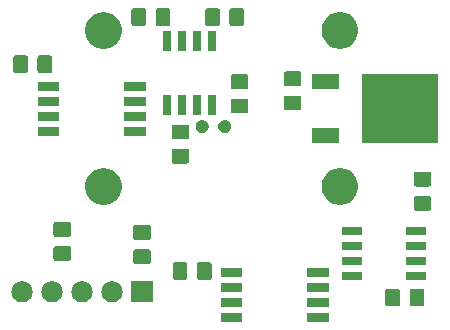
<source format=gbr>
G04 #@! TF.GenerationSoftware,KiCad,Pcbnew,(5.0.2)-1*
G04 #@! TF.CreationDate,2020-09-06T16:55:04+01:00*
G04 #@! TF.ProjectId,temperature-logger,74656d70-6572-4617-9475-72652d6c6f67,rev?*
G04 #@! TF.SameCoordinates,Original*
G04 #@! TF.FileFunction,Soldermask,Bot*
G04 #@! TF.FilePolarity,Negative*
%FSLAX46Y46*%
G04 Gerber Fmt 4.6, Leading zero omitted, Abs format (unit mm)*
G04 Created by KiCad (PCBNEW (5.0.2)-1) date 06/09/2020 16:55:04*
%MOMM*%
%LPD*%
G01*
G04 APERTURE LIST*
%ADD10C,0.100000*%
G04 APERTURE END LIST*
D10*
G36*
X109051000Y-108031000D02*
X107249000Y-108031000D01*
X107249000Y-107279000D01*
X109051000Y-107279000D01*
X109051000Y-108031000D01*
X109051000Y-108031000D01*
G37*
G36*
X101751000Y-108031000D02*
X99949000Y-108031000D01*
X99949000Y-107279000D01*
X101751000Y-107279000D01*
X101751000Y-108031000D01*
X101751000Y-108031000D01*
G37*
G36*
X101751000Y-106761000D02*
X99949000Y-106761000D01*
X99949000Y-106009000D01*
X101751000Y-106009000D01*
X101751000Y-106761000D01*
X101751000Y-106761000D01*
G37*
G36*
X109051000Y-106761000D02*
X107249000Y-106761000D01*
X107249000Y-106009000D01*
X109051000Y-106009000D01*
X109051000Y-106761000D01*
X109051000Y-106761000D01*
G37*
G36*
X116988677Y-105253465D02*
X117026364Y-105264898D01*
X117061103Y-105283466D01*
X117091548Y-105308452D01*
X117116534Y-105338897D01*
X117135102Y-105373636D01*
X117146535Y-105411323D01*
X117151000Y-105456661D01*
X117151000Y-106543339D01*
X117146535Y-106588677D01*
X117135102Y-106626364D01*
X117116534Y-106661103D01*
X117091548Y-106691548D01*
X117061103Y-106716534D01*
X117026364Y-106735102D01*
X116988677Y-106746535D01*
X116943339Y-106751000D01*
X116106661Y-106751000D01*
X116061323Y-106746535D01*
X116023636Y-106735102D01*
X115988897Y-106716534D01*
X115958452Y-106691548D01*
X115933466Y-106661103D01*
X115914898Y-106626364D01*
X115903465Y-106588677D01*
X115899000Y-106543339D01*
X115899000Y-105456661D01*
X115903465Y-105411323D01*
X115914898Y-105373636D01*
X115933466Y-105338897D01*
X115958452Y-105308452D01*
X115988897Y-105283466D01*
X116023636Y-105264898D01*
X116061323Y-105253465D01*
X116106661Y-105249000D01*
X116943339Y-105249000D01*
X116988677Y-105253465D01*
X116988677Y-105253465D01*
G37*
G36*
X114938677Y-105253465D02*
X114976364Y-105264898D01*
X115011103Y-105283466D01*
X115041548Y-105308452D01*
X115066534Y-105338897D01*
X115085102Y-105373636D01*
X115096535Y-105411323D01*
X115101000Y-105456661D01*
X115101000Y-106543339D01*
X115096535Y-106588677D01*
X115085102Y-106626364D01*
X115066534Y-106661103D01*
X115041548Y-106691548D01*
X115011103Y-106716534D01*
X114976364Y-106735102D01*
X114938677Y-106746535D01*
X114893339Y-106751000D01*
X114056661Y-106751000D01*
X114011323Y-106746535D01*
X113973636Y-106735102D01*
X113938897Y-106716534D01*
X113908452Y-106691548D01*
X113883466Y-106661103D01*
X113864898Y-106626364D01*
X113853465Y-106588677D01*
X113849000Y-106543339D01*
X113849000Y-105456661D01*
X113853465Y-105411323D01*
X113864898Y-105373636D01*
X113883466Y-105338897D01*
X113908452Y-105308452D01*
X113938897Y-105283466D01*
X113973636Y-105264898D01*
X114011323Y-105253465D01*
X114056661Y-105249000D01*
X114893339Y-105249000D01*
X114938677Y-105253465D01*
X114938677Y-105253465D01*
G37*
G36*
X90820443Y-104605519D02*
X90886627Y-104612037D01*
X90999853Y-104646384D01*
X91056467Y-104663557D01*
X91195087Y-104737652D01*
X91212991Y-104747222D01*
X91248729Y-104776552D01*
X91350186Y-104859814D01*
X91433448Y-104961271D01*
X91462778Y-104997009D01*
X91462779Y-104997011D01*
X91546443Y-105153533D01*
X91546443Y-105153534D01*
X91597963Y-105323373D01*
X91615359Y-105500000D01*
X91597963Y-105676627D01*
X91563616Y-105789853D01*
X91546443Y-105846467D01*
X91472348Y-105985087D01*
X91462778Y-106002991D01*
X91433448Y-106038729D01*
X91350186Y-106140186D01*
X91248729Y-106223448D01*
X91212991Y-106252778D01*
X91212989Y-106252779D01*
X91056467Y-106336443D01*
X90999853Y-106353616D01*
X90886627Y-106387963D01*
X90820442Y-106394482D01*
X90754260Y-106401000D01*
X90665740Y-106401000D01*
X90599558Y-106394482D01*
X90533373Y-106387963D01*
X90420147Y-106353616D01*
X90363533Y-106336443D01*
X90207011Y-106252779D01*
X90207009Y-106252778D01*
X90171271Y-106223448D01*
X90069814Y-106140186D01*
X89986552Y-106038729D01*
X89957222Y-106002991D01*
X89947652Y-105985087D01*
X89873557Y-105846467D01*
X89856384Y-105789853D01*
X89822037Y-105676627D01*
X89804641Y-105500000D01*
X89822037Y-105323373D01*
X89873557Y-105153534D01*
X89873557Y-105153533D01*
X89957221Y-104997011D01*
X89957222Y-104997009D01*
X89986552Y-104961271D01*
X90069814Y-104859814D01*
X90171271Y-104776552D01*
X90207009Y-104747222D01*
X90224913Y-104737652D01*
X90363533Y-104663557D01*
X90420147Y-104646384D01*
X90533373Y-104612037D01*
X90599558Y-104605518D01*
X90665740Y-104599000D01*
X90754260Y-104599000D01*
X90820443Y-104605519D01*
X90820443Y-104605519D01*
G37*
G36*
X85740443Y-104605519D02*
X85806627Y-104612037D01*
X85919853Y-104646384D01*
X85976467Y-104663557D01*
X86115087Y-104737652D01*
X86132991Y-104747222D01*
X86168729Y-104776552D01*
X86270186Y-104859814D01*
X86353448Y-104961271D01*
X86382778Y-104997009D01*
X86382779Y-104997011D01*
X86466443Y-105153533D01*
X86466443Y-105153534D01*
X86517963Y-105323373D01*
X86535359Y-105500000D01*
X86517963Y-105676627D01*
X86483616Y-105789853D01*
X86466443Y-105846467D01*
X86392348Y-105985087D01*
X86382778Y-106002991D01*
X86353448Y-106038729D01*
X86270186Y-106140186D01*
X86168729Y-106223448D01*
X86132991Y-106252778D01*
X86132989Y-106252779D01*
X85976467Y-106336443D01*
X85919853Y-106353616D01*
X85806627Y-106387963D01*
X85740442Y-106394482D01*
X85674260Y-106401000D01*
X85585740Y-106401000D01*
X85519558Y-106394482D01*
X85453373Y-106387963D01*
X85340147Y-106353616D01*
X85283533Y-106336443D01*
X85127011Y-106252779D01*
X85127009Y-106252778D01*
X85091271Y-106223448D01*
X84989814Y-106140186D01*
X84906552Y-106038729D01*
X84877222Y-106002991D01*
X84867652Y-105985087D01*
X84793557Y-105846467D01*
X84776384Y-105789853D01*
X84742037Y-105676627D01*
X84724641Y-105500000D01*
X84742037Y-105323373D01*
X84793557Y-105153534D01*
X84793557Y-105153533D01*
X84877221Y-104997011D01*
X84877222Y-104997009D01*
X84906552Y-104961271D01*
X84989814Y-104859814D01*
X85091271Y-104776552D01*
X85127009Y-104747222D01*
X85144913Y-104737652D01*
X85283533Y-104663557D01*
X85340147Y-104646384D01*
X85453373Y-104612037D01*
X85519558Y-104605518D01*
X85585740Y-104599000D01*
X85674260Y-104599000D01*
X85740443Y-104605519D01*
X85740443Y-104605519D01*
G37*
G36*
X88280443Y-104605519D02*
X88346627Y-104612037D01*
X88459853Y-104646384D01*
X88516467Y-104663557D01*
X88655087Y-104737652D01*
X88672991Y-104747222D01*
X88708729Y-104776552D01*
X88810186Y-104859814D01*
X88893448Y-104961271D01*
X88922778Y-104997009D01*
X88922779Y-104997011D01*
X89006443Y-105153533D01*
X89006443Y-105153534D01*
X89057963Y-105323373D01*
X89075359Y-105500000D01*
X89057963Y-105676627D01*
X89023616Y-105789853D01*
X89006443Y-105846467D01*
X88932348Y-105985087D01*
X88922778Y-106002991D01*
X88893448Y-106038729D01*
X88810186Y-106140186D01*
X88708729Y-106223448D01*
X88672991Y-106252778D01*
X88672989Y-106252779D01*
X88516467Y-106336443D01*
X88459853Y-106353616D01*
X88346627Y-106387963D01*
X88280442Y-106394482D01*
X88214260Y-106401000D01*
X88125740Y-106401000D01*
X88059558Y-106394482D01*
X87993373Y-106387963D01*
X87880147Y-106353616D01*
X87823533Y-106336443D01*
X87667011Y-106252779D01*
X87667009Y-106252778D01*
X87631271Y-106223448D01*
X87529814Y-106140186D01*
X87446552Y-106038729D01*
X87417222Y-106002991D01*
X87407652Y-105985087D01*
X87333557Y-105846467D01*
X87316384Y-105789853D01*
X87282037Y-105676627D01*
X87264641Y-105500000D01*
X87282037Y-105323373D01*
X87333557Y-105153534D01*
X87333557Y-105153533D01*
X87417221Y-104997011D01*
X87417222Y-104997009D01*
X87446552Y-104961271D01*
X87529814Y-104859814D01*
X87631271Y-104776552D01*
X87667009Y-104747222D01*
X87684913Y-104737652D01*
X87823533Y-104663557D01*
X87880147Y-104646384D01*
X87993373Y-104612037D01*
X88059558Y-104605518D01*
X88125740Y-104599000D01*
X88214260Y-104599000D01*
X88280443Y-104605519D01*
X88280443Y-104605519D01*
G37*
G36*
X83200443Y-104605519D02*
X83266627Y-104612037D01*
X83379853Y-104646384D01*
X83436467Y-104663557D01*
X83575087Y-104737652D01*
X83592991Y-104747222D01*
X83628729Y-104776552D01*
X83730186Y-104859814D01*
X83813448Y-104961271D01*
X83842778Y-104997009D01*
X83842779Y-104997011D01*
X83926443Y-105153533D01*
X83926443Y-105153534D01*
X83977963Y-105323373D01*
X83995359Y-105500000D01*
X83977963Y-105676627D01*
X83943616Y-105789853D01*
X83926443Y-105846467D01*
X83852348Y-105985087D01*
X83842778Y-106002991D01*
X83813448Y-106038729D01*
X83730186Y-106140186D01*
X83628729Y-106223448D01*
X83592991Y-106252778D01*
X83592989Y-106252779D01*
X83436467Y-106336443D01*
X83379853Y-106353616D01*
X83266627Y-106387963D01*
X83200442Y-106394482D01*
X83134260Y-106401000D01*
X83045740Y-106401000D01*
X82979558Y-106394482D01*
X82913373Y-106387963D01*
X82800147Y-106353616D01*
X82743533Y-106336443D01*
X82587011Y-106252779D01*
X82587009Y-106252778D01*
X82551271Y-106223448D01*
X82449814Y-106140186D01*
X82366552Y-106038729D01*
X82337222Y-106002991D01*
X82327652Y-105985087D01*
X82253557Y-105846467D01*
X82236384Y-105789853D01*
X82202037Y-105676627D01*
X82184641Y-105500000D01*
X82202037Y-105323373D01*
X82253557Y-105153534D01*
X82253557Y-105153533D01*
X82337221Y-104997011D01*
X82337222Y-104997009D01*
X82366552Y-104961271D01*
X82449814Y-104859814D01*
X82551271Y-104776552D01*
X82587009Y-104747222D01*
X82604913Y-104737652D01*
X82743533Y-104663557D01*
X82800147Y-104646384D01*
X82913373Y-104612037D01*
X82979558Y-104605518D01*
X83045740Y-104599000D01*
X83134260Y-104599000D01*
X83200443Y-104605519D01*
X83200443Y-104605519D01*
G37*
G36*
X94151000Y-106401000D02*
X92349000Y-106401000D01*
X92349000Y-104599000D01*
X94151000Y-104599000D01*
X94151000Y-106401000D01*
X94151000Y-106401000D01*
G37*
G36*
X109051000Y-105491000D02*
X107249000Y-105491000D01*
X107249000Y-104739000D01*
X109051000Y-104739000D01*
X109051000Y-105491000D01*
X109051000Y-105491000D01*
G37*
G36*
X101751000Y-105491000D02*
X99949000Y-105491000D01*
X99949000Y-104739000D01*
X101751000Y-104739000D01*
X101751000Y-105491000D01*
X101751000Y-105491000D01*
G37*
G36*
X111876000Y-104506000D02*
X110224000Y-104506000D01*
X110224000Y-103804000D01*
X111876000Y-103804000D01*
X111876000Y-104506000D01*
X111876000Y-104506000D01*
G37*
G36*
X117276000Y-104506000D02*
X115624000Y-104506000D01*
X115624000Y-103804000D01*
X117276000Y-103804000D01*
X117276000Y-104506000D01*
X117276000Y-104506000D01*
G37*
G36*
X96938677Y-103003465D02*
X96976364Y-103014898D01*
X97011103Y-103033466D01*
X97041548Y-103058452D01*
X97066534Y-103088897D01*
X97085102Y-103123636D01*
X97096535Y-103161323D01*
X97101000Y-103206661D01*
X97101000Y-104293339D01*
X97096535Y-104338677D01*
X97085102Y-104376364D01*
X97066534Y-104411103D01*
X97041548Y-104441548D01*
X97011103Y-104466534D01*
X96976364Y-104485102D01*
X96938677Y-104496535D01*
X96893339Y-104501000D01*
X96056661Y-104501000D01*
X96011323Y-104496535D01*
X95973636Y-104485102D01*
X95938897Y-104466534D01*
X95908452Y-104441548D01*
X95883466Y-104411103D01*
X95864898Y-104376364D01*
X95853465Y-104338677D01*
X95849000Y-104293339D01*
X95849000Y-103206661D01*
X95853465Y-103161323D01*
X95864898Y-103123636D01*
X95883466Y-103088897D01*
X95908452Y-103058452D01*
X95938897Y-103033466D01*
X95973636Y-103014898D01*
X96011323Y-103003465D01*
X96056661Y-102999000D01*
X96893339Y-102999000D01*
X96938677Y-103003465D01*
X96938677Y-103003465D01*
G37*
G36*
X98988677Y-103003465D02*
X99026364Y-103014898D01*
X99061103Y-103033466D01*
X99091548Y-103058452D01*
X99116534Y-103088897D01*
X99135102Y-103123636D01*
X99146535Y-103161323D01*
X99151000Y-103206661D01*
X99151000Y-104293339D01*
X99146535Y-104338677D01*
X99135102Y-104376364D01*
X99116534Y-104411103D01*
X99091548Y-104441548D01*
X99061103Y-104466534D01*
X99026364Y-104485102D01*
X98988677Y-104496535D01*
X98943339Y-104501000D01*
X98106661Y-104501000D01*
X98061323Y-104496535D01*
X98023636Y-104485102D01*
X97988897Y-104466534D01*
X97958452Y-104441548D01*
X97933466Y-104411103D01*
X97914898Y-104376364D01*
X97903465Y-104338677D01*
X97899000Y-104293339D01*
X97899000Y-103206661D01*
X97903465Y-103161323D01*
X97914898Y-103123636D01*
X97933466Y-103088897D01*
X97958452Y-103058452D01*
X97988897Y-103033466D01*
X98023636Y-103014898D01*
X98061323Y-103003465D01*
X98106661Y-102999000D01*
X98943339Y-102999000D01*
X98988677Y-103003465D01*
X98988677Y-103003465D01*
G37*
G36*
X101751000Y-104221000D02*
X99949000Y-104221000D01*
X99949000Y-103469000D01*
X101751000Y-103469000D01*
X101751000Y-104221000D01*
X101751000Y-104221000D01*
G37*
G36*
X109051000Y-104221000D02*
X107249000Y-104221000D01*
X107249000Y-103469000D01*
X109051000Y-103469000D01*
X109051000Y-104221000D01*
X109051000Y-104221000D01*
G37*
G36*
X117276000Y-103236000D02*
X115624000Y-103236000D01*
X115624000Y-102534000D01*
X117276000Y-102534000D01*
X117276000Y-103236000D01*
X117276000Y-103236000D01*
G37*
G36*
X111876000Y-103236000D02*
X110224000Y-103236000D01*
X110224000Y-102534000D01*
X111876000Y-102534000D01*
X111876000Y-103236000D01*
X111876000Y-103236000D01*
G37*
G36*
X93838677Y-101903465D02*
X93876364Y-101914898D01*
X93911103Y-101933466D01*
X93941548Y-101958452D01*
X93966534Y-101988897D01*
X93985102Y-102023636D01*
X93996535Y-102061323D01*
X94001000Y-102106661D01*
X94001000Y-102943339D01*
X93996535Y-102988677D01*
X93985102Y-103026364D01*
X93966534Y-103061103D01*
X93941548Y-103091548D01*
X93911103Y-103116534D01*
X93876364Y-103135102D01*
X93838677Y-103146535D01*
X93793339Y-103151000D01*
X92706661Y-103151000D01*
X92661323Y-103146535D01*
X92623636Y-103135102D01*
X92588897Y-103116534D01*
X92558452Y-103091548D01*
X92533466Y-103061103D01*
X92514898Y-103026364D01*
X92503465Y-102988677D01*
X92499000Y-102943339D01*
X92499000Y-102106661D01*
X92503465Y-102061323D01*
X92514898Y-102023636D01*
X92533466Y-101988897D01*
X92558452Y-101958452D01*
X92588897Y-101933466D01*
X92623636Y-101914898D01*
X92661323Y-101903465D01*
X92706661Y-101899000D01*
X93793339Y-101899000D01*
X93838677Y-101903465D01*
X93838677Y-101903465D01*
G37*
G36*
X87088677Y-101653465D02*
X87126364Y-101664898D01*
X87161103Y-101683466D01*
X87191548Y-101708452D01*
X87216534Y-101738897D01*
X87235102Y-101773636D01*
X87246535Y-101811323D01*
X87251000Y-101856661D01*
X87251000Y-102693339D01*
X87246535Y-102738677D01*
X87235102Y-102776364D01*
X87216534Y-102811103D01*
X87191548Y-102841548D01*
X87161103Y-102866534D01*
X87126364Y-102885102D01*
X87088677Y-102896535D01*
X87043339Y-102901000D01*
X85956661Y-102901000D01*
X85911323Y-102896535D01*
X85873636Y-102885102D01*
X85838897Y-102866534D01*
X85808452Y-102841548D01*
X85783466Y-102811103D01*
X85764898Y-102776364D01*
X85753465Y-102738677D01*
X85749000Y-102693339D01*
X85749000Y-101856661D01*
X85753465Y-101811323D01*
X85764898Y-101773636D01*
X85783466Y-101738897D01*
X85808452Y-101708452D01*
X85838897Y-101683466D01*
X85873636Y-101664898D01*
X85911323Y-101653465D01*
X85956661Y-101649000D01*
X87043339Y-101649000D01*
X87088677Y-101653465D01*
X87088677Y-101653465D01*
G37*
G36*
X117276000Y-101966000D02*
X115624000Y-101966000D01*
X115624000Y-101264000D01*
X117276000Y-101264000D01*
X117276000Y-101966000D01*
X117276000Y-101966000D01*
G37*
G36*
X111876000Y-101966000D02*
X110224000Y-101966000D01*
X110224000Y-101264000D01*
X111876000Y-101264000D01*
X111876000Y-101966000D01*
X111876000Y-101966000D01*
G37*
G36*
X93838677Y-99853465D02*
X93876364Y-99864898D01*
X93911103Y-99883466D01*
X93941548Y-99908452D01*
X93966534Y-99938897D01*
X93985102Y-99973636D01*
X93996535Y-100011323D01*
X94001000Y-100056661D01*
X94001000Y-100893339D01*
X93996535Y-100938677D01*
X93985102Y-100976364D01*
X93966534Y-101011103D01*
X93941548Y-101041548D01*
X93911103Y-101066534D01*
X93876364Y-101085102D01*
X93838677Y-101096535D01*
X93793339Y-101101000D01*
X92706661Y-101101000D01*
X92661323Y-101096535D01*
X92623636Y-101085102D01*
X92588897Y-101066534D01*
X92558452Y-101041548D01*
X92533466Y-101011103D01*
X92514898Y-100976364D01*
X92503465Y-100938677D01*
X92499000Y-100893339D01*
X92499000Y-100056661D01*
X92503465Y-100011323D01*
X92514898Y-99973636D01*
X92533466Y-99938897D01*
X92558452Y-99908452D01*
X92588897Y-99883466D01*
X92623636Y-99864898D01*
X92661323Y-99853465D01*
X92706661Y-99849000D01*
X93793339Y-99849000D01*
X93838677Y-99853465D01*
X93838677Y-99853465D01*
G37*
G36*
X87088677Y-99603465D02*
X87126364Y-99614898D01*
X87161103Y-99633466D01*
X87191548Y-99658452D01*
X87216534Y-99688897D01*
X87235102Y-99723636D01*
X87246535Y-99761323D01*
X87251000Y-99806661D01*
X87251000Y-100643339D01*
X87246535Y-100688677D01*
X87235102Y-100726364D01*
X87216534Y-100761103D01*
X87191548Y-100791548D01*
X87161103Y-100816534D01*
X87126364Y-100835102D01*
X87088677Y-100846535D01*
X87043339Y-100851000D01*
X85956661Y-100851000D01*
X85911323Y-100846535D01*
X85873636Y-100835102D01*
X85838897Y-100816534D01*
X85808452Y-100791548D01*
X85783466Y-100761103D01*
X85764898Y-100726364D01*
X85753465Y-100688677D01*
X85749000Y-100643339D01*
X85749000Y-99806661D01*
X85753465Y-99761323D01*
X85764898Y-99723636D01*
X85783466Y-99688897D01*
X85808452Y-99658452D01*
X85838897Y-99633466D01*
X85873636Y-99614898D01*
X85911323Y-99603465D01*
X85956661Y-99599000D01*
X87043339Y-99599000D01*
X87088677Y-99603465D01*
X87088677Y-99603465D01*
G37*
G36*
X111876000Y-100696000D02*
X110224000Y-100696000D01*
X110224000Y-99994000D01*
X111876000Y-99994000D01*
X111876000Y-100696000D01*
X111876000Y-100696000D01*
G37*
G36*
X117276000Y-100696000D02*
X115624000Y-100696000D01*
X115624000Y-99994000D01*
X117276000Y-99994000D01*
X117276000Y-100696000D01*
X117276000Y-100696000D01*
G37*
G36*
X117588677Y-97403465D02*
X117626364Y-97414898D01*
X117661103Y-97433466D01*
X117691548Y-97458452D01*
X117716534Y-97488897D01*
X117735102Y-97523636D01*
X117746535Y-97561323D01*
X117751000Y-97606661D01*
X117751000Y-98443339D01*
X117746535Y-98488677D01*
X117735102Y-98526364D01*
X117716534Y-98561103D01*
X117691548Y-98591548D01*
X117661103Y-98616534D01*
X117626364Y-98635102D01*
X117588677Y-98646535D01*
X117543339Y-98651000D01*
X116456661Y-98651000D01*
X116411323Y-98646535D01*
X116373636Y-98635102D01*
X116338897Y-98616534D01*
X116308452Y-98591548D01*
X116283466Y-98561103D01*
X116264898Y-98526364D01*
X116253465Y-98488677D01*
X116249000Y-98443339D01*
X116249000Y-97606661D01*
X116253465Y-97561323D01*
X116264898Y-97523636D01*
X116283466Y-97488897D01*
X116308452Y-97458452D01*
X116338897Y-97433466D01*
X116373636Y-97414898D01*
X116411323Y-97403465D01*
X116456661Y-97399000D01*
X117543339Y-97399000D01*
X117588677Y-97403465D01*
X117588677Y-97403465D01*
G37*
G36*
X90352527Y-95088736D02*
X90452410Y-95108604D01*
X90734674Y-95225521D01*
X90988705Y-95395259D01*
X91204741Y-95611295D01*
X91374479Y-95865326D01*
X91491396Y-96147590D01*
X91491396Y-96147591D01*
X91540279Y-96393339D01*
X91551000Y-96447240D01*
X91551000Y-96752760D01*
X91491396Y-97052410D01*
X91374479Y-97334674D01*
X91204741Y-97588705D01*
X90988705Y-97804741D01*
X90734674Y-97974479D01*
X90452410Y-98091396D01*
X90352527Y-98111264D01*
X90152762Y-98151000D01*
X89847238Y-98151000D01*
X89647473Y-98111264D01*
X89547590Y-98091396D01*
X89265326Y-97974479D01*
X89011295Y-97804741D01*
X88795259Y-97588705D01*
X88625521Y-97334674D01*
X88508604Y-97052410D01*
X88449000Y-96752760D01*
X88449000Y-96447240D01*
X88459722Y-96393339D01*
X88508604Y-96147591D01*
X88508604Y-96147590D01*
X88625521Y-95865326D01*
X88795259Y-95611295D01*
X89011295Y-95395259D01*
X89265326Y-95225521D01*
X89547590Y-95108604D01*
X89647473Y-95088736D01*
X89847238Y-95049000D01*
X90152762Y-95049000D01*
X90352527Y-95088736D01*
X90352527Y-95088736D01*
G37*
G36*
X110352527Y-95088736D02*
X110452410Y-95108604D01*
X110734674Y-95225521D01*
X110988705Y-95395259D01*
X111204741Y-95611295D01*
X111374479Y-95865326D01*
X111491396Y-96147590D01*
X111491396Y-96147591D01*
X111540279Y-96393339D01*
X111551000Y-96447240D01*
X111551000Y-96752760D01*
X111491396Y-97052410D01*
X111374479Y-97334674D01*
X111204741Y-97588705D01*
X110988705Y-97804741D01*
X110734674Y-97974479D01*
X110452410Y-98091396D01*
X110352527Y-98111264D01*
X110152762Y-98151000D01*
X109847238Y-98151000D01*
X109647473Y-98111264D01*
X109547590Y-98091396D01*
X109265326Y-97974479D01*
X109011295Y-97804741D01*
X108795259Y-97588705D01*
X108625521Y-97334674D01*
X108508604Y-97052410D01*
X108449000Y-96752760D01*
X108449000Y-96447240D01*
X108459722Y-96393339D01*
X108508604Y-96147591D01*
X108508604Y-96147590D01*
X108625521Y-95865326D01*
X108795259Y-95611295D01*
X109011295Y-95395259D01*
X109265326Y-95225521D01*
X109547590Y-95108604D01*
X109647473Y-95088736D01*
X109847238Y-95049000D01*
X110152762Y-95049000D01*
X110352527Y-95088736D01*
X110352527Y-95088736D01*
G37*
G36*
X117588677Y-95353465D02*
X117626364Y-95364898D01*
X117661103Y-95383466D01*
X117691548Y-95408452D01*
X117716534Y-95438897D01*
X117735102Y-95473636D01*
X117746535Y-95511323D01*
X117751000Y-95556661D01*
X117751000Y-96393339D01*
X117746535Y-96438677D01*
X117735102Y-96476364D01*
X117716534Y-96511103D01*
X117691548Y-96541548D01*
X117661103Y-96566534D01*
X117626364Y-96585102D01*
X117588677Y-96596535D01*
X117543339Y-96601000D01*
X116456661Y-96601000D01*
X116411323Y-96596535D01*
X116373636Y-96585102D01*
X116338897Y-96566534D01*
X116308452Y-96541548D01*
X116283466Y-96511103D01*
X116264898Y-96476364D01*
X116253465Y-96438677D01*
X116249000Y-96393339D01*
X116249000Y-95556661D01*
X116253465Y-95511323D01*
X116264898Y-95473636D01*
X116283466Y-95438897D01*
X116308452Y-95408452D01*
X116338897Y-95383466D01*
X116373636Y-95364898D01*
X116411323Y-95353465D01*
X116456661Y-95349000D01*
X117543339Y-95349000D01*
X117588677Y-95353465D01*
X117588677Y-95353465D01*
G37*
G36*
X97088677Y-93403465D02*
X97126364Y-93414898D01*
X97161103Y-93433466D01*
X97191548Y-93458452D01*
X97216534Y-93488897D01*
X97235102Y-93523636D01*
X97246535Y-93561323D01*
X97251000Y-93606661D01*
X97251000Y-94443339D01*
X97246535Y-94488677D01*
X97235102Y-94526364D01*
X97216534Y-94561103D01*
X97191548Y-94591548D01*
X97161103Y-94616534D01*
X97126364Y-94635102D01*
X97088677Y-94646535D01*
X97043339Y-94651000D01*
X95956661Y-94651000D01*
X95911323Y-94646535D01*
X95873636Y-94635102D01*
X95838897Y-94616534D01*
X95808452Y-94591548D01*
X95783466Y-94561103D01*
X95764898Y-94526364D01*
X95753465Y-94488677D01*
X95749000Y-94443339D01*
X95749000Y-93606661D01*
X95753465Y-93561323D01*
X95764898Y-93523636D01*
X95783466Y-93488897D01*
X95808452Y-93458452D01*
X95838897Y-93433466D01*
X95873636Y-93414898D01*
X95911323Y-93403465D01*
X95956661Y-93399000D01*
X97043339Y-93399000D01*
X97088677Y-93403465D01*
X97088677Y-93403465D01*
G37*
G36*
X118351000Y-92951000D02*
X111849000Y-92951000D01*
X111849000Y-87049000D01*
X118351000Y-87049000D01*
X118351000Y-92951000D01*
X118351000Y-92951000D01*
G37*
G36*
X109951000Y-92931000D02*
X107649000Y-92931000D01*
X107649000Y-91629000D01*
X109951000Y-91629000D01*
X109951000Y-92931000D01*
X109951000Y-92931000D01*
G37*
G36*
X97088677Y-91353465D02*
X97126364Y-91364898D01*
X97161103Y-91383466D01*
X97191548Y-91408452D01*
X97216534Y-91438897D01*
X97235102Y-91473636D01*
X97246535Y-91511323D01*
X97251000Y-91556661D01*
X97251000Y-92393339D01*
X97246535Y-92438677D01*
X97235102Y-92476364D01*
X97216534Y-92511103D01*
X97191548Y-92541548D01*
X97161103Y-92566534D01*
X97126364Y-92585102D01*
X97088677Y-92596535D01*
X97043339Y-92601000D01*
X95956661Y-92601000D01*
X95911323Y-92596535D01*
X95873636Y-92585102D01*
X95838897Y-92566534D01*
X95808452Y-92541548D01*
X95783466Y-92511103D01*
X95764898Y-92476364D01*
X95753465Y-92438677D01*
X95749000Y-92393339D01*
X95749000Y-91556661D01*
X95753465Y-91511323D01*
X95764898Y-91473636D01*
X95783466Y-91438897D01*
X95808452Y-91408452D01*
X95838897Y-91383466D01*
X95873636Y-91364898D01*
X95911323Y-91353465D01*
X95956661Y-91349000D01*
X97043339Y-91349000D01*
X97088677Y-91353465D01*
X97088677Y-91353465D01*
G37*
G36*
X86251000Y-92281000D02*
X84449000Y-92281000D01*
X84449000Y-91529000D01*
X86251000Y-91529000D01*
X86251000Y-92281000D01*
X86251000Y-92281000D01*
G37*
G36*
X93551000Y-92281000D02*
X91749000Y-92281000D01*
X91749000Y-91529000D01*
X93551000Y-91529000D01*
X93551000Y-92281000D01*
X93551000Y-92281000D01*
G37*
G36*
X98510721Y-90970174D02*
X98610995Y-91011709D01*
X98701245Y-91072012D01*
X98777988Y-91148755D01*
X98838291Y-91239005D01*
X98879826Y-91339279D01*
X98901000Y-91445730D01*
X98901000Y-91554270D01*
X98879826Y-91660721D01*
X98838291Y-91760995D01*
X98777988Y-91851245D01*
X98701245Y-91927988D01*
X98610995Y-91988291D01*
X98510721Y-92029826D01*
X98404270Y-92051000D01*
X98295730Y-92051000D01*
X98189279Y-92029826D01*
X98089005Y-91988291D01*
X97998755Y-91927988D01*
X97922012Y-91851245D01*
X97861709Y-91760995D01*
X97820174Y-91660721D01*
X97799000Y-91554270D01*
X97799000Y-91445730D01*
X97820174Y-91339279D01*
X97861709Y-91239005D01*
X97922012Y-91148755D01*
X97998755Y-91072012D01*
X98089005Y-91011709D01*
X98189279Y-90970174D01*
X98295730Y-90949000D01*
X98404270Y-90949000D01*
X98510721Y-90970174D01*
X98510721Y-90970174D01*
G37*
G36*
X100410721Y-90970174D02*
X100510995Y-91011709D01*
X100601245Y-91072012D01*
X100677988Y-91148755D01*
X100738291Y-91239005D01*
X100779826Y-91339279D01*
X100801000Y-91445730D01*
X100801000Y-91554270D01*
X100779826Y-91660721D01*
X100738291Y-91760995D01*
X100677988Y-91851245D01*
X100601245Y-91927988D01*
X100510995Y-91988291D01*
X100410721Y-92029826D01*
X100304270Y-92051000D01*
X100195730Y-92051000D01*
X100089279Y-92029826D01*
X99989005Y-91988291D01*
X99898755Y-91927988D01*
X99822012Y-91851245D01*
X99761709Y-91760995D01*
X99720174Y-91660721D01*
X99699000Y-91554270D01*
X99699000Y-91445730D01*
X99720174Y-91339279D01*
X99761709Y-91239005D01*
X99822012Y-91148755D01*
X99898755Y-91072012D01*
X99989005Y-91011709D01*
X100089279Y-90970174D01*
X100195730Y-90949000D01*
X100304270Y-90949000D01*
X100410721Y-90970174D01*
X100410721Y-90970174D01*
G37*
G36*
X86251000Y-91011000D02*
X84449000Y-91011000D01*
X84449000Y-90259000D01*
X86251000Y-90259000D01*
X86251000Y-91011000D01*
X86251000Y-91011000D01*
G37*
G36*
X93551000Y-91011000D02*
X91749000Y-91011000D01*
X91749000Y-90259000D01*
X93551000Y-90259000D01*
X93551000Y-91011000D01*
X93551000Y-91011000D01*
G37*
G36*
X95696000Y-90526000D02*
X94994000Y-90526000D01*
X94994000Y-88874000D01*
X95696000Y-88874000D01*
X95696000Y-90526000D01*
X95696000Y-90526000D01*
G37*
G36*
X98236000Y-90526000D02*
X97534000Y-90526000D01*
X97534000Y-88874000D01*
X98236000Y-88874000D01*
X98236000Y-90526000D01*
X98236000Y-90526000D01*
G37*
G36*
X99506000Y-90526000D02*
X98804000Y-90526000D01*
X98804000Y-88874000D01*
X99506000Y-88874000D01*
X99506000Y-90526000D01*
X99506000Y-90526000D01*
G37*
G36*
X96966000Y-90526000D02*
X96264000Y-90526000D01*
X96264000Y-88874000D01*
X96966000Y-88874000D01*
X96966000Y-90526000D01*
X96966000Y-90526000D01*
G37*
G36*
X102088677Y-89153465D02*
X102126364Y-89164898D01*
X102161103Y-89183466D01*
X102191548Y-89208452D01*
X102216534Y-89238897D01*
X102235102Y-89273636D01*
X102246535Y-89311323D01*
X102251000Y-89356661D01*
X102251000Y-90193339D01*
X102246535Y-90238677D01*
X102235102Y-90276364D01*
X102216534Y-90311103D01*
X102191548Y-90341548D01*
X102161103Y-90366534D01*
X102126364Y-90385102D01*
X102088677Y-90396535D01*
X102043339Y-90401000D01*
X100956661Y-90401000D01*
X100911323Y-90396535D01*
X100873636Y-90385102D01*
X100838897Y-90366534D01*
X100808452Y-90341548D01*
X100783466Y-90311103D01*
X100764898Y-90276364D01*
X100753465Y-90238677D01*
X100749000Y-90193339D01*
X100749000Y-89356661D01*
X100753465Y-89311323D01*
X100764898Y-89273636D01*
X100783466Y-89238897D01*
X100808452Y-89208452D01*
X100838897Y-89183466D01*
X100873636Y-89164898D01*
X100911323Y-89153465D01*
X100956661Y-89149000D01*
X102043339Y-89149000D01*
X102088677Y-89153465D01*
X102088677Y-89153465D01*
G37*
G36*
X106588677Y-88903465D02*
X106626364Y-88914898D01*
X106661103Y-88933466D01*
X106691548Y-88958452D01*
X106716534Y-88988897D01*
X106735102Y-89023636D01*
X106746535Y-89061323D01*
X106751000Y-89106661D01*
X106751000Y-89943339D01*
X106746535Y-89988677D01*
X106735102Y-90026364D01*
X106716534Y-90061103D01*
X106691548Y-90091548D01*
X106661103Y-90116534D01*
X106626364Y-90135102D01*
X106588677Y-90146535D01*
X106543339Y-90151000D01*
X105456661Y-90151000D01*
X105411323Y-90146535D01*
X105373636Y-90135102D01*
X105338897Y-90116534D01*
X105308452Y-90091548D01*
X105283466Y-90061103D01*
X105264898Y-90026364D01*
X105253465Y-89988677D01*
X105249000Y-89943339D01*
X105249000Y-89106661D01*
X105253465Y-89061323D01*
X105264898Y-89023636D01*
X105283466Y-88988897D01*
X105308452Y-88958452D01*
X105338897Y-88933466D01*
X105373636Y-88914898D01*
X105411323Y-88903465D01*
X105456661Y-88899000D01*
X106543339Y-88899000D01*
X106588677Y-88903465D01*
X106588677Y-88903465D01*
G37*
G36*
X93551000Y-89741000D02*
X91749000Y-89741000D01*
X91749000Y-88989000D01*
X93551000Y-88989000D01*
X93551000Y-89741000D01*
X93551000Y-89741000D01*
G37*
G36*
X86251000Y-89741000D02*
X84449000Y-89741000D01*
X84449000Y-88989000D01*
X86251000Y-88989000D01*
X86251000Y-89741000D01*
X86251000Y-89741000D01*
G37*
G36*
X86251000Y-88471000D02*
X84449000Y-88471000D01*
X84449000Y-87719000D01*
X86251000Y-87719000D01*
X86251000Y-88471000D01*
X86251000Y-88471000D01*
G37*
G36*
X93551000Y-88471000D02*
X91749000Y-88471000D01*
X91749000Y-87719000D01*
X93551000Y-87719000D01*
X93551000Y-88471000D01*
X93551000Y-88471000D01*
G37*
G36*
X109951000Y-88371000D02*
X107649000Y-88371000D01*
X107649000Y-87069000D01*
X109951000Y-87069000D01*
X109951000Y-88371000D01*
X109951000Y-88371000D01*
G37*
G36*
X102088677Y-87103465D02*
X102126364Y-87114898D01*
X102161103Y-87133466D01*
X102191548Y-87158452D01*
X102216534Y-87188897D01*
X102235102Y-87223636D01*
X102246535Y-87261323D01*
X102251000Y-87306661D01*
X102251000Y-88143339D01*
X102246535Y-88188677D01*
X102235102Y-88226364D01*
X102216534Y-88261103D01*
X102191548Y-88291548D01*
X102161103Y-88316534D01*
X102126364Y-88335102D01*
X102088677Y-88346535D01*
X102043339Y-88351000D01*
X100956661Y-88351000D01*
X100911323Y-88346535D01*
X100873636Y-88335102D01*
X100838897Y-88316534D01*
X100808452Y-88291548D01*
X100783466Y-88261103D01*
X100764898Y-88226364D01*
X100753465Y-88188677D01*
X100749000Y-88143339D01*
X100749000Y-87306661D01*
X100753465Y-87261323D01*
X100764898Y-87223636D01*
X100783466Y-87188897D01*
X100808452Y-87158452D01*
X100838897Y-87133466D01*
X100873636Y-87114898D01*
X100911323Y-87103465D01*
X100956661Y-87099000D01*
X102043339Y-87099000D01*
X102088677Y-87103465D01*
X102088677Y-87103465D01*
G37*
G36*
X106588677Y-86853465D02*
X106626364Y-86864898D01*
X106661103Y-86883466D01*
X106691548Y-86908452D01*
X106716534Y-86938897D01*
X106735102Y-86973636D01*
X106746535Y-87011323D01*
X106751000Y-87056661D01*
X106751000Y-87893339D01*
X106746535Y-87938677D01*
X106735102Y-87976364D01*
X106716534Y-88011103D01*
X106691548Y-88041548D01*
X106661103Y-88066534D01*
X106626364Y-88085102D01*
X106588677Y-88096535D01*
X106543339Y-88101000D01*
X105456661Y-88101000D01*
X105411323Y-88096535D01*
X105373636Y-88085102D01*
X105338897Y-88066534D01*
X105308452Y-88041548D01*
X105283466Y-88011103D01*
X105264898Y-87976364D01*
X105253465Y-87938677D01*
X105249000Y-87893339D01*
X105249000Y-87056661D01*
X105253465Y-87011323D01*
X105264898Y-86973636D01*
X105283466Y-86938897D01*
X105308452Y-86908452D01*
X105338897Y-86883466D01*
X105373636Y-86864898D01*
X105411323Y-86853465D01*
X105456661Y-86849000D01*
X106543339Y-86849000D01*
X106588677Y-86853465D01*
X106588677Y-86853465D01*
G37*
G36*
X83438677Y-85503465D02*
X83476364Y-85514898D01*
X83511103Y-85533466D01*
X83541548Y-85558452D01*
X83566534Y-85588897D01*
X83585102Y-85623636D01*
X83596535Y-85661323D01*
X83601000Y-85706661D01*
X83601000Y-86793339D01*
X83596535Y-86838677D01*
X83585102Y-86876364D01*
X83566534Y-86911103D01*
X83541548Y-86941548D01*
X83511103Y-86966534D01*
X83476364Y-86985102D01*
X83438677Y-86996535D01*
X83393339Y-87001000D01*
X82556661Y-87001000D01*
X82511323Y-86996535D01*
X82473636Y-86985102D01*
X82438897Y-86966534D01*
X82408452Y-86941548D01*
X82383466Y-86911103D01*
X82364898Y-86876364D01*
X82353465Y-86838677D01*
X82349000Y-86793339D01*
X82349000Y-85706661D01*
X82353465Y-85661323D01*
X82364898Y-85623636D01*
X82383466Y-85588897D01*
X82408452Y-85558452D01*
X82438897Y-85533466D01*
X82473636Y-85514898D01*
X82511323Y-85503465D01*
X82556661Y-85499000D01*
X83393339Y-85499000D01*
X83438677Y-85503465D01*
X83438677Y-85503465D01*
G37*
G36*
X85488677Y-85503465D02*
X85526364Y-85514898D01*
X85561103Y-85533466D01*
X85591548Y-85558452D01*
X85616534Y-85588897D01*
X85635102Y-85623636D01*
X85646535Y-85661323D01*
X85651000Y-85706661D01*
X85651000Y-86793339D01*
X85646535Y-86838677D01*
X85635102Y-86876364D01*
X85616534Y-86911103D01*
X85591548Y-86941548D01*
X85561103Y-86966534D01*
X85526364Y-86985102D01*
X85488677Y-86996535D01*
X85443339Y-87001000D01*
X84606661Y-87001000D01*
X84561323Y-86996535D01*
X84523636Y-86985102D01*
X84488897Y-86966534D01*
X84458452Y-86941548D01*
X84433466Y-86911103D01*
X84414898Y-86876364D01*
X84403465Y-86838677D01*
X84399000Y-86793339D01*
X84399000Y-85706661D01*
X84403465Y-85661323D01*
X84414898Y-85623636D01*
X84433466Y-85588897D01*
X84458452Y-85558452D01*
X84488897Y-85533466D01*
X84523636Y-85514898D01*
X84561323Y-85503465D01*
X84606661Y-85499000D01*
X85443339Y-85499000D01*
X85488677Y-85503465D01*
X85488677Y-85503465D01*
G37*
G36*
X95696000Y-85126000D02*
X94994000Y-85126000D01*
X94994000Y-83474000D01*
X95696000Y-83474000D01*
X95696000Y-85126000D01*
X95696000Y-85126000D01*
G37*
G36*
X96966000Y-85126000D02*
X96264000Y-85126000D01*
X96264000Y-83474000D01*
X96966000Y-83474000D01*
X96966000Y-85126000D01*
X96966000Y-85126000D01*
G37*
G36*
X99506000Y-85126000D02*
X98804000Y-85126000D01*
X98804000Y-83474000D01*
X99506000Y-83474000D01*
X99506000Y-85126000D01*
X99506000Y-85126000D01*
G37*
G36*
X98236000Y-85126000D02*
X97534000Y-85126000D01*
X97534000Y-83474000D01*
X98236000Y-83474000D01*
X98236000Y-85126000D01*
X98236000Y-85126000D01*
G37*
G36*
X110352527Y-81888736D02*
X110452410Y-81908604D01*
X110734674Y-82025521D01*
X110988705Y-82195259D01*
X111204741Y-82411295D01*
X111374479Y-82665326D01*
X111491396Y-82947590D01*
X111551000Y-83247240D01*
X111551000Y-83552760D01*
X111491396Y-83852410D01*
X111374479Y-84134674D01*
X111204741Y-84388705D01*
X110988705Y-84604741D01*
X110734674Y-84774479D01*
X110452410Y-84891396D01*
X110352527Y-84911264D01*
X110152762Y-84951000D01*
X109847238Y-84951000D01*
X109647473Y-84911264D01*
X109547590Y-84891396D01*
X109265326Y-84774479D01*
X109011295Y-84604741D01*
X108795259Y-84388705D01*
X108625521Y-84134674D01*
X108508604Y-83852410D01*
X108449000Y-83552760D01*
X108449000Y-83247240D01*
X108508604Y-82947590D01*
X108625521Y-82665326D01*
X108795259Y-82411295D01*
X109011295Y-82195259D01*
X109265326Y-82025521D01*
X109547590Y-81908604D01*
X109647473Y-81888736D01*
X109847238Y-81849000D01*
X110152762Y-81849000D01*
X110352527Y-81888736D01*
X110352527Y-81888736D01*
G37*
G36*
X90352527Y-81888736D02*
X90452410Y-81908604D01*
X90734674Y-82025521D01*
X90988705Y-82195259D01*
X91204741Y-82411295D01*
X91374479Y-82665326D01*
X91491396Y-82947590D01*
X91551000Y-83247240D01*
X91551000Y-83552760D01*
X91491396Y-83852410D01*
X91374479Y-84134674D01*
X91204741Y-84388705D01*
X90988705Y-84604741D01*
X90734674Y-84774479D01*
X90452410Y-84891396D01*
X90352527Y-84911264D01*
X90152762Y-84951000D01*
X89847238Y-84951000D01*
X89647473Y-84911264D01*
X89547590Y-84891396D01*
X89265326Y-84774479D01*
X89011295Y-84604741D01*
X88795259Y-84388705D01*
X88625521Y-84134674D01*
X88508604Y-83852410D01*
X88449000Y-83552760D01*
X88449000Y-83247240D01*
X88508604Y-82947590D01*
X88625521Y-82665326D01*
X88795259Y-82411295D01*
X89011295Y-82195259D01*
X89265326Y-82025521D01*
X89547590Y-81908604D01*
X89647473Y-81888736D01*
X89847238Y-81849000D01*
X90152762Y-81849000D01*
X90352527Y-81888736D01*
X90352527Y-81888736D01*
G37*
G36*
X99688677Y-81503465D02*
X99726364Y-81514898D01*
X99761103Y-81533466D01*
X99791548Y-81558452D01*
X99816534Y-81588897D01*
X99835102Y-81623636D01*
X99846535Y-81661323D01*
X99851000Y-81706661D01*
X99851000Y-82793339D01*
X99846535Y-82838677D01*
X99835102Y-82876364D01*
X99816534Y-82911103D01*
X99791548Y-82941548D01*
X99761103Y-82966534D01*
X99726364Y-82985102D01*
X99688677Y-82996535D01*
X99643339Y-83001000D01*
X98806661Y-83001000D01*
X98761323Y-82996535D01*
X98723636Y-82985102D01*
X98688897Y-82966534D01*
X98658452Y-82941548D01*
X98633466Y-82911103D01*
X98614898Y-82876364D01*
X98603465Y-82838677D01*
X98599000Y-82793339D01*
X98599000Y-81706661D01*
X98603465Y-81661323D01*
X98614898Y-81623636D01*
X98633466Y-81588897D01*
X98658452Y-81558452D01*
X98688897Y-81533466D01*
X98723636Y-81514898D01*
X98761323Y-81503465D01*
X98806661Y-81499000D01*
X99643339Y-81499000D01*
X99688677Y-81503465D01*
X99688677Y-81503465D01*
G37*
G36*
X95488677Y-81503465D02*
X95526364Y-81514898D01*
X95561103Y-81533466D01*
X95591548Y-81558452D01*
X95616534Y-81588897D01*
X95635102Y-81623636D01*
X95646535Y-81661323D01*
X95651000Y-81706661D01*
X95651000Y-82793339D01*
X95646535Y-82838677D01*
X95635102Y-82876364D01*
X95616534Y-82911103D01*
X95591548Y-82941548D01*
X95561103Y-82966534D01*
X95526364Y-82985102D01*
X95488677Y-82996535D01*
X95443339Y-83001000D01*
X94606661Y-83001000D01*
X94561323Y-82996535D01*
X94523636Y-82985102D01*
X94488897Y-82966534D01*
X94458452Y-82941548D01*
X94433466Y-82911103D01*
X94414898Y-82876364D01*
X94403465Y-82838677D01*
X94399000Y-82793339D01*
X94399000Y-81706661D01*
X94403465Y-81661323D01*
X94414898Y-81623636D01*
X94433466Y-81588897D01*
X94458452Y-81558452D01*
X94488897Y-81533466D01*
X94523636Y-81514898D01*
X94561323Y-81503465D01*
X94606661Y-81499000D01*
X95443339Y-81499000D01*
X95488677Y-81503465D01*
X95488677Y-81503465D01*
G37*
G36*
X101738677Y-81503465D02*
X101776364Y-81514898D01*
X101811103Y-81533466D01*
X101841548Y-81558452D01*
X101866534Y-81588897D01*
X101885102Y-81623636D01*
X101896535Y-81661323D01*
X101901000Y-81706661D01*
X101901000Y-82793339D01*
X101896535Y-82838677D01*
X101885102Y-82876364D01*
X101866534Y-82911103D01*
X101841548Y-82941548D01*
X101811103Y-82966534D01*
X101776364Y-82985102D01*
X101738677Y-82996535D01*
X101693339Y-83001000D01*
X100856661Y-83001000D01*
X100811323Y-82996535D01*
X100773636Y-82985102D01*
X100738897Y-82966534D01*
X100708452Y-82941548D01*
X100683466Y-82911103D01*
X100664898Y-82876364D01*
X100653465Y-82838677D01*
X100649000Y-82793339D01*
X100649000Y-81706661D01*
X100653465Y-81661323D01*
X100664898Y-81623636D01*
X100683466Y-81588897D01*
X100708452Y-81558452D01*
X100738897Y-81533466D01*
X100773636Y-81514898D01*
X100811323Y-81503465D01*
X100856661Y-81499000D01*
X101693339Y-81499000D01*
X101738677Y-81503465D01*
X101738677Y-81503465D01*
G37*
G36*
X93438677Y-81503465D02*
X93476364Y-81514898D01*
X93511103Y-81533466D01*
X93541548Y-81558452D01*
X93566534Y-81588897D01*
X93585102Y-81623636D01*
X93596535Y-81661323D01*
X93601000Y-81706661D01*
X93601000Y-82793339D01*
X93596535Y-82838677D01*
X93585102Y-82876364D01*
X93566534Y-82911103D01*
X93541548Y-82941548D01*
X93511103Y-82966534D01*
X93476364Y-82985102D01*
X93438677Y-82996535D01*
X93393339Y-83001000D01*
X92556661Y-83001000D01*
X92511323Y-82996535D01*
X92473636Y-82985102D01*
X92438897Y-82966534D01*
X92408452Y-82941548D01*
X92383466Y-82911103D01*
X92364898Y-82876364D01*
X92353465Y-82838677D01*
X92349000Y-82793339D01*
X92349000Y-81706661D01*
X92353465Y-81661323D01*
X92364898Y-81623636D01*
X92383466Y-81588897D01*
X92408452Y-81558452D01*
X92438897Y-81533466D01*
X92473636Y-81514898D01*
X92511323Y-81503465D01*
X92556661Y-81499000D01*
X93393339Y-81499000D01*
X93438677Y-81503465D01*
X93438677Y-81503465D01*
G37*
M02*

</source>
